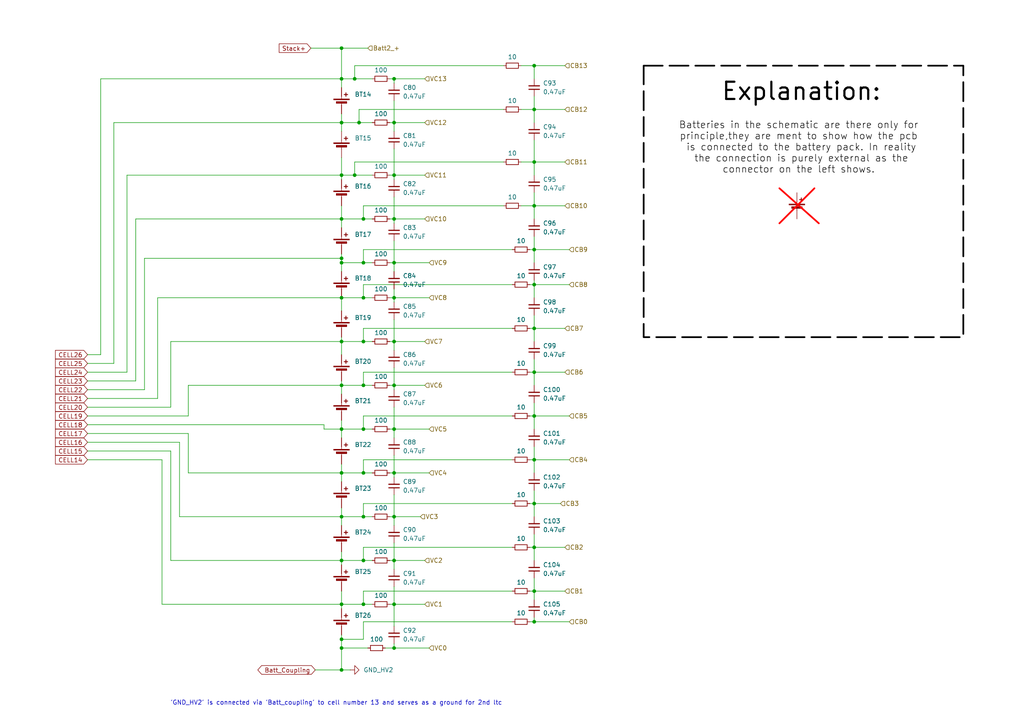
<source format=kicad_sch>
(kicad_sch (version 20250114) (generator "eeschema") (generator_version "9.0")
  (paper "A4")
  (lib_symbols
    (symbol "Device:Battery_Cell" (pin_numbers (hide yes)) (pin_names (offset 0) (hide yes))
      (property "Reference" "BT" (at 2.54 2.54 0))
      (property "Value" "Battery_Cell" (at 2.54 0 0))
      (symbol "Battery_Cell_0_1"
        (rectangle (start -2.286 1.778) (end 2.286 1.524) (fill (type outline)))
        (rectangle (start -1.524 1.016) (end 1.524 0.508) (fill (type outline)))
        (polyline (pts (xy 0 1.778) (xy 0 2.54)))
        (polyline (pts (xy 0 0.762) (xy 0 0)))
        (polyline (pts (xy 0.762 3.048) (xy 1.778 3.048)) (stroke (width 0.254)))
        (polyline (pts (xy 1.27 3.556) (xy 1.27 2.54)) (stroke (width 0.254)))
      )
      (symbol "Battery_Cell_1_1"
        (pin passive line (at 0 5.08 270) (length 2.54) (name "+") (number "1"))
        (pin passive line (at 0 -2.54 90) (length 2.54) (name "-") (number "2"))
      )
    )
    (symbol "Device:C_Small" (pin_numbers (hide yes)) (pin_names (offset 0.254) (hide yes))
      (property "Reference" "C" (at 0.254 1.778 0))
      (property "Value" "C_Small" (at 0.254 -2.032 0))
      (symbol "C_Small_0_1"
        (polyline (pts (xy -1.524 0.508) (xy 1.524 0.508)) (stroke (width 0.3048)))
        (polyline (pts (xy -1.524 -0.508) (xy 1.524 -0.508)) (stroke (width 0.3302)))
      )
      (symbol "C_Small_1_1"
        (pin passive line (at 0 2.54 270) (length 2.032) (name "~") (number "1"))
        (pin passive line (at 0 -2.54 90) (length 2.032) (name "~") (number "2"))
      )
    )
    (symbol "Device:R_Small" (pin_numbers (hide yes)) (pin_names (offset 0.254) (hide yes))
      (property "Reference" "R" (at 0.762 0.508 0))
      (property "Value" "R_Small" (at 0.762 -1.016 0))
      (symbol "R_Small_0_1"
        (rectangle (start -0.762 1.778) (end 0.762 -1.778) (stroke (width 0.2032)))
      )
      (symbol "R_Small_1_1"
        (pin passive line (at 0 2.54 270) (length 0.762) (name "~") (number "1"))
        (pin passive line (at 0 -2.54 90) (length 0.762) (name "~") (number "2"))
      )
    )
    (symbol "power:GND" (power) (pin_numbers (hide yes)) (pin_names (offset 0) (hide yes))
      (property "Value" "GND" (at 0 -3.81 0))
      (symbol "GND_0_1"
        (polyline (pts (xy 0 0) (xy 0 -1.27) (xy 1.27 -1.27) (xy 0 -2.54) (xy -1.27 -1.27) (xy 0 -1.27)))
      )
      (symbol "GND_1_1"
        (pin power_in line (at 0 0 270) (length 0) (name "~") (number "1"))
      )
    )
  )
  (rectangle (start 186.69 19.05) (end 279.4 97.79) (stroke (width 0.5) (type dash) (color 0 0 0 1)))
  (text "'GND_HV2' is connected via 'Batt_coupling' to cell number 13 and serves as a ground for 2nd ltc" (at 97.536 203.962 0) (effects (font (size 1.27 1.27))))
  (text "Batteries in the schematic are there only for \nprinciple,they are ment to show how the pcb \nis connected to the battery pack. In reality\nthe connection is purely external as the\nconnector on the left shows. \n\n" (at 232.41 44.45 0) (effects (font (size 2 2))))
  (text "Explanation:" (at 232.41 26.67 0) (effects (font (size 5 5) (thickness 0.625))))
  (junction (at 154.94 171.45))
  (junction (at 105.41 175.26))
  (junction (at 114.3 86.36))
  (junction (at 102.87 22.86))
  (junction (at 154.94 146.05))
  (junction (at 99.06 22.86))
  (junction (at 105.41 149.86))
  (junction (at 114.3 111.76))
  (junction (at 105.41 137.16))
  (junction (at 99.06 187.96))
  (junction (at 99.06 162.56))
  (junction (at 99.06 74.93))
  (junction (at 99.06 194.31))
  (junction (at 105.41 124.46))
  (junction (at 154.94 72.39))
  (junction (at 154.94 180.34))
  (junction (at 114.3 99.06))
  (junction (at 102.87 50.8))
  (junction (at 99.06 175.26))
  (junction (at 154.94 31.75))
  (junction (at 105.41 86.36))
  (junction (at 99.06 13.97))
  (junction (at 154.94 95.25))
  (junction (at 114.3 124.46))
  (junction (at 114.3 35.56))
  (junction (at 99.06 86.36))
  (junction (at 99.06 50.8))
  (junction (at 154.94 46.99))
  (junction (at 154.94 59.69))
  (junction (at 114.3 149.86))
  (junction (at 154.94 19.05))
  (junction (at 154.94 120.65))
  (junction (at 105.41 111.76))
  (junction (at 99.06 137.16))
  (junction (at 99.06 99.06))
  (junction (at 114.3 162.56))
  (junction (at 105.41 162.56))
  (junction (at 154.94 107.95))
  (junction (at 154.94 158.75))
  (junction (at 105.41 99.06))
  (junction (at 105.41 63.5))
  (junction (at 99.06 185.42))
  (junction (at 99.06 111.76))
  (junction (at 114.3 22.86))
  (junction (at 99.06 35.56))
  (junction (at 114.3 187.96))
  (junction (at 154.94 82.55))
  (junction (at 114.3 76.2))
  (junction (at 99.06 149.86))
  (junction (at 99.06 63.5))
  (junction (at 99.06 124.46))
  (junction (at 114.3 63.5))
  (junction (at 105.41 76.2))
  (junction (at 99.06 76.2))
  (junction (at 104.14 35.56))
  (junction (at 114.3 137.16))
  (junction (at 154.94 133.35))
  (junction (at 114.3 175.26))
  (junction (at 114.3 50.8))
  (wire (pts (xy 99.06 162.56) (xy 49.53 162.56)))
  (wire (pts (xy 52.07 128.27) (xy 52.07 149.86)))
  (wire (pts (xy 113.03 111.76) (xy 114.3 111.76)))
  (wire (pts (xy 25.4 102.87) (xy 29.21 102.87)))
  (wire (pts (xy 105.41 171.45) (xy 148.59 171.45)))
  (wire (pts (xy 99.06 137.16) (xy 99.06 139.7)))
  (wire (pts (xy 99.06 149.86) (xy 99.06 152.4)))
  (wire (pts (xy 99.06 111.76) (xy 54.61 111.76)))
  (wire (pts (xy 154.94 72.39) (xy 154.94 76.2)))
  (wire (pts (xy 107.95 124.46) (xy 105.41 124.46)))
  (wire (pts (xy 114.3 69.85) (xy 114.3 76.2)))
  (wire (pts (xy 114.3 187.96) (xy 124.46 187.96)))
  (wire (pts (xy 154.94 59.69) (xy 154.94 55.88)))
  (wire (pts (xy 154.94 46.99) (xy 151.13 46.99)))
  (polyline (pts (xy 226.06 54.61) (xy 237.49 64.77)) (stroke (width 0.5) (type solid) (color 255 0 0 1)))
  (wire (pts (xy 107.95 137.16) (xy 105.41 137.16)))
  (wire (pts (xy 25.4 125.73) (xy 54.61 125.73)))
  (wire (pts (xy 154.94 82.55) (xy 165.1 82.55)))
  (wire (pts (xy 154.94 31.75) (xy 151.13 31.75)))
  (wire (pts (xy 25.4 118.11) (xy 49.53 118.11)))
  (wire (pts (xy 154.94 146.05) (xy 162.56 146.05)))
  (wire (pts (xy 154.94 180.34) (xy 165.1 180.34)))
  (wire (pts (xy 154.94 154.94) (xy 154.94 158.75)))
  (wire (pts (xy 105.41 95.25) (xy 105.41 99.06)))
  (wire (pts (xy 99.06 184.15) (xy 99.06 185.42)))
  (wire (pts (xy 154.94 40.64) (xy 154.94 46.99)))
  (wire (pts (xy 154.94 91.44) (xy 154.94 95.25)))
  (wire (pts (xy 99.06 124.46) (xy 99.06 121.92)))
  (wire (pts (xy 105.41 86.36) (xy 99.06 86.36)))
  (wire (pts (xy 105.41 158.75) (xy 105.41 162.56)))
  (wire (pts (xy 45.72 86.36) (xy 45.72 115.57)))
  (wire (pts (xy 148.59 82.55) (xy 105.41 82.55)))
  (wire (pts (xy 107.95 99.06) (xy 105.41 99.06)))
  (wire (pts (xy 105.41 146.05) (xy 148.59 146.05)))
  (wire (pts (xy 29.21 22.86) (xy 29.21 102.87)))
  (wire (pts (xy 46.99 133.35) (xy 46.99 175.26)))
  (wire (pts (xy 114.3 86.36) (xy 114.3 87.63)))
  (wire (pts (xy 154.94 46.99) (xy 163.83 46.99)))
  (wire (pts (xy 99.06 162.56) (xy 99.06 163.83)))
  (wire (pts (xy 25.4 123.19) (xy 93.98 123.19)))
  (wire (pts (xy 36.83 107.95) (xy 25.4 107.95)))
  (wire (pts (xy 113.03 149.86) (xy 114.3 149.86)))
  (wire (pts (xy 25.4 133.35) (xy 46.99 133.35)))
  (wire (pts (xy 153.67 133.35) (xy 154.94 133.35)))
  (wire (pts (xy 107.95 175.26) (xy 105.41 175.26)))
  (wire (pts (xy 102.87 22.86) (xy 107.95 22.86)))
  (wire (pts (xy 114.3 170.18) (xy 114.3 175.26)))
  (wire (pts (xy 99.06 149.86) (xy 99.06 147.32)))
  (wire (pts (xy 114.3 162.56) (xy 114.3 165.1)))
  (wire (pts (xy 114.3 63.5) (xy 123.19 63.5)))
  (wire (pts (xy 154.94 129.54) (xy 154.94 133.35)))
  (wire (pts (xy 29.21 22.86) (xy 99.06 22.86)))
  (wire (pts (xy 114.3 50.8) (xy 114.3 52.07)))
  (wire (pts (xy 105.41 133.35) (xy 105.41 137.16)))
  (wire (pts (xy 154.94 19.05) (xy 154.94 22.86)))
  (wire (pts (xy 99.06 74.93) (xy 99.06 73.66)))
  (wire (pts (xy 154.94 82.55) (xy 154.94 86.36)))
  (wire (pts (xy 153.67 120.65) (xy 154.94 120.65)))
  (wire (pts (xy 124.46 124.46) (xy 114.3 124.46)))
  (wire (pts (xy 114.3 106.68) (xy 114.3 111.76)))
  (wire (pts (xy 105.41 175.26) (xy 99.06 175.26)))
  (wire (pts (xy 105.41 120.65) (xy 105.41 124.46)))
  (wire (pts (xy 99.06 137.16) (xy 99.06 134.62)))
  (wire (pts (xy 99.06 59.69) (xy 99.06 63.5)))
  (wire (pts (xy 105.41 72.39) (xy 148.59 72.39)))
  (wire (pts (xy 154.94 81.28) (xy 154.94 82.55)))
  (wire (pts (xy 114.3 111.76) (xy 114.3 113.03)))
  (wire (pts (xy 99.06 187.96) (xy 99.06 194.31)))
  (wire (pts (xy 25.4 110.49) (xy 39.37 110.49)))
  (wire (pts (xy 105.41 162.56) (xy 99.06 162.56)))
  (wire (pts (xy 154.94 104.14) (xy 154.94 107.95)))
  (wire (pts (xy 105.41 59.69) (xy 146.05 59.69)))
  (wire (pts (xy 105.41 107.95) (xy 105.41 111.76)))
  (wire (pts (xy 114.3 43.18) (xy 114.3 50.8)))
  (wire (pts (xy 154.94 59.69) (xy 163.83 59.69)))
  (wire (pts (xy 105.41 111.76) (xy 99.06 111.76)))
  (wire (pts (xy 153.67 171.45) (xy 154.94 171.45)))
  (wire (pts (xy 45.72 115.57) (xy 25.4 115.57)))
  (wire (pts (xy 105.41 76.2) (xy 99.06 76.2)))
  (wire (pts (xy 99.06 50.8) (xy 99.06 52.07)))
  (wire (pts (xy 105.41 124.46) (xy 99.06 124.46)))
  (wire (pts (xy 154.94 158.75) (xy 163.83 158.75)))
  (wire (pts (xy 105.41 72.39) (xy 105.41 76.2)))
  (wire (pts (xy 154.94 133.35) (xy 165.1 133.35)))
  (wire (pts (xy 102.87 50.8) (xy 107.95 50.8)))
  (wire (pts (xy 154.94 120.65) (xy 154.94 124.46)))
  (wire (pts (xy 105.41 82.55) (xy 105.41 86.36)))
  (wire (pts (xy 99.06 111.76) (xy 99.06 110.49)))
  (wire (pts (xy 114.3 76.2) (xy 114.3 78.74)))
  (wire (pts (xy 114.3 175.26) (xy 114.3 181.61)))
  (wire (pts (xy 154.94 171.45) (xy 163.83 171.45)))
  (wire (pts (xy 93.98 123.19) (xy 93.98 124.46)))
  (wire (pts (xy 154.94 146.05) (xy 154.94 149.86)))
  (wire (pts (xy 41.91 113.03) (xy 25.4 113.03)))
  (wire (pts (xy 105.41 146.05) (xy 105.41 149.86)))
  (wire (pts (xy 113.03 86.36) (xy 114.3 86.36)))
  (wire (pts (xy 99.06 13.97) (xy 90.17 13.97)))
  (wire (pts (xy 154.94 59.69) (xy 154.94 63.5)))
  (wire (pts (xy 154.94 59.69) (xy 151.13 59.69)))
  (wire (pts (xy 25.4 120.65) (xy 54.61 120.65)))
  (wire (pts (xy 99.06 175.26) (xy 99.06 176.53)))
  (wire (pts (xy 165.1 120.65) (xy 154.94 120.65)))
  (wire (pts (xy 153.67 180.34) (xy 154.94 180.34)))
  (wire (pts (xy 113.03 175.26) (xy 114.3 175.26)))
  (wire (pts (xy 107.95 162.56) (xy 105.41 162.56)))
  (wire (pts (xy 114.3 35.56) (xy 123.19 35.56)))
  (wire (pts (xy 54.61 125.73) (xy 54.61 137.16)))
  (wire (pts (xy 49.53 99.06) (xy 49.53 118.11)))
  (wire (pts (xy 105.41 59.69) (xy 105.41 63.5)))
  (wire (pts (xy 154.94 146.05) (xy 153.67 146.05)))
  (wire (pts (xy 39.37 63.5) (xy 39.37 110.49)))
  (wire (pts (xy 154.94 120.65) (xy 154.94 116.84)))
  (wire (pts (xy 99.06 187.96) (xy 106.68 187.96)))
  (wire (pts (xy 114.3 162.56) (xy 123.19 162.56)))
  (wire (pts (xy 99.06 76.2) (xy 99.06 78.74)))
  (wire (pts (xy 154.94 19.05) (xy 163.83 19.05)))
  (wire (pts (xy 25.4 128.27) (xy 52.07 128.27)))
  (wire (pts (xy 102.87 46.99) (xy 102.87 50.8)))
  (wire (pts (xy 113.03 162.56) (xy 114.3 162.56)))
  (wire (pts (xy 105.41 171.45) (xy 105.41 175.26)))
  (wire (pts (xy 154.94 107.95) (xy 154.94 111.76)))
  (wire (pts (xy 114.3 175.26) (xy 123.19 175.26)))
  (wire (pts (xy 114.3 29.21) (xy 114.3 35.56)))
  (wire (pts (xy 99.06 33.02) (xy 99.06 35.56)))
  (wire (pts (xy 99.06 76.2) (xy 99.06 74.93)))
  (wire (pts (xy 102.87 46.99) (xy 146.05 46.99)))
  (wire (pts (xy 154.94 180.34) (xy 154.94 179.07)))
  (wire (pts (xy 105.41 107.95) (xy 148.59 107.95)))
  (wire (pts (xy 99.06 63.5) (xy 99.06 66.04)))
  (wire (pts (xy 99.06 22.86) (xy 102.87 22.86)))
  (wire (pts (xy 114.3 83.82) (xy 114.3 86.36)))
  (wire (pts (xy 154.94 158.75) (xy 154.94 162.56)))
  (wire (pts (xy 154.94 19.05) (xy 151.13 19.05)))
  (wire (pts (xy 36.83 50.8) (xy 99.06 50.8)))
  (wire (pts (xy 99.06 45.72) (xy 99.06 50.8)))
  (wire (pts (xy 114.3 99.06) (xy 123.19 99.06)))
  (wire (pts (xy 114.3 186.69) (xy 114.3 187.96)))
  (wire (pts (xy 154.94 142.24) (xy 154.94 146.05)))
  (wire (pts (xy 49.53 130.81) (xy 49.53 162.56)))
  (wire (pts (xy 154.94 133.35) (xy 154.94 137.16)))
  (wire (pts (xy 99.06 86.36) (xy 45.72 86.36)))
  (wire (pts (xy 154.94 107.95) (xy 163.83 107.95)))
  (wire (pts (xy 33.02 35.56) (xy 33.02 105.41)))
  (wire (pts (xy 105.41 133.35) (xy 148.59 133.35)))
  (wire (pts (xy 105.41 180.34) (xy 105.41 185.42)))
  (wire (pts (xy 114.3 157.48) (xy 114.3 162.56)))
  (wire (pts (xy 99.06 124.46) (xy 99.06 127)))
  (polyline (pts (xy 226.06 64.77) (xy 236.22 54.61)) (stroke (width 0.5) (type solid) (color 255 0 0 1)))
  (wire (pts (xy 99.06 13.97) (xy 106.68 13.97)))
  (wire (pts (xy 165.1 72.39) (xy 154.94 72.39)))
  (wire (pts (xy 107.95 86.36) (xy 105.41 86.36)))
  (wire (pts (xy 99.06 86.36) (xy 99.06 90.17)))
  (wire (pts (xy 111.76 187.96) (xy 114.3 187.96)))
  (wire (pts (xy 114.3 92.71) (xy 114.3 99.06)))
  (wire (pts (xy 114.3 149.86) (xy 121.92 149.86)))
  (wire (pts (xy 113.03 124.46) (xy 114.3 124.46)))
  (wire (pts (xy 107.95 111.76) (xy 105.41 111.76)))
  (wire (pts (xy 36.83 50.8) (xy 36.83 107.95)))
  (wire (pts (xy 154.94 31.75) (xy 154.94 27.94)))
  (wire (pts (xy 154.94 31.75) (xy 163.83 31.75)))
  (wire (pts (xy 113.03 99.06) (xy 114.3 99.06)))
  (wire (pts (xy 105.41 158.75) (xy 148.59 158.75)))
  (wire (pts (xy 104.14 31.75) (xy 146.05 31.75)))
  (wire (pts (xy 154.94 171.45) (xy 154.94 173.99)))
  (wire (pts (xy 154.94 95.25) (xy 163.83 95.25)))
  (wire (pts (xy 107.95 76.2) (xy 105.41 76.2)))
  (wire (pts (xy 107.95 63.5) (xy 105.41 63.5)))
  (wire (pts (xy 154.94 171.45) (xy 154.94 167.64)))
  (wire (pts (xy 93.98 124.46) (xy 99.06 124.46)))
  (wire (pts (xy 114.3 111.76) (xy 123.19 111.76)))
  (wire (pts (xy 102.87 19.05) (xy 102.87 22.86)))
  (wire (pts (xy 99.06 99.06) (xy 99.06 102.87)))
  (wire (pts (xy 54.61 111.76) (xy 54.61 120.65)))
  (wire (pts (xy 105.41 95.25) (xy 148.59 95.25)))
  (wire (pts (xy 113.03 76.2) (xy 114.3 76.2)))
  (wire (pts (xy 105.41 120.65) (xy 148.59 120.65)))
  (wire (pts (xy 113.03 35.56) (xy 114.3 35.56)))
  (wire (pts (xy 25.4 130.81) (xy 49.53 130.81)))
  (wire (pts (xy 105.41 99.06) (xy 99.06 99.06)))
  (wire (pts (xy 99.06 175.26) (xy 99.06 171.45)))
  (wire (pts (xy 113.03 22.86) (xy 114.3 22.86)))
  (wire (pts (xy 124.46 76.2) (xy 114.3 76.2)))
  (wire (pts (xy 154.94 95.25) (xy 154.94 99.06)))
  (wire (pts (xy 105.41 137.16) (xy 99.06 137.16)))
  (wire (pts (xy 154.94 46.99) (xy 154.94 50.8)))
  (wire (pts (xy 114.3 35.56) (xy 114.3 38.1)))
  (wire (pts (xy 99.06 50.8) (xy 102.87 50.8)))
  (wire (pts (xy 154.94 158.75) (xy 153.67 158.75)))
  (wire (pts (xy 114.3 124.46) (xy 114.3 127)))
  (wire (pts (xy 154.94 95.25) (xy 153.67 95.25)))
  (wire (pts (xy 105.41 185.42) (xy 99.06 185.42)))
  (wire (pts (xy 114.3 63.5) (xy 114.3 64.77)))
  (wire (pts (xy 41.91 74.93) (xy 41.91 113.03)))
  (wire (pts (xy 154.94 72.39) (xy 154.94 68.58)))
  (wire (pts (xy 99.06 99.06) (xy 49.53 99.06)))
  (wire (pts (xy 153.67 82.55) (xy 154.94 82.55)))
  (wire (pts (xy 114.3 22.86) (xy 123.19 22.86)))
  (wire (pts (xy 114.3 149.86) (xy 114.3 152.4)))
  (wire (pts (xy 114.3 86.36) (xy 124.46 86.36)))
  (wire (pts (xy 107.95 149.86) (xy 105.41 149.86)))
  (wire (pts (xy 104.14 31.75) (xy 104.14 35.56)))
  (wire (pts (xy 105.41 180.34) (xy 148.59 180.34)))
  (wire (pts (xy 99.06 175.26) (xy 46.99 175.26)))
  (wire (pts (xy 99.06 187.96) (xy 99.06 185.42)))
  (wire (pts (xy 99.06 111.76) (xy 99.06 114.3)))
  (wire (pts (xy 104.14 35.56) (xy 107.95 35.56)))
  (wire (pts (xy 114.3 132.08) (xy 114.3 137.16)))
  (wire (pts (xy 114.3 57.15) (xy 114.3 63.5)))
  (wire (pts (xy 114.3 143.51) (xy 114.3 149.86)))
  (wire (pts (xy 99.06 162.56) (xy 99.06 160.02)))
  (wire (pts (xy 154.94 107.95) (xy 153.67 107.95)))
  (wire (pts (xy 91.44 194.31) (xy 99.06 194.31)))
  (wire (pts (xy 99.06 194.31) (xy 101.6 194.31)))
  (wire (pts (xy 99.06 35.56) (xy 99.06 38.1)))
  (wire (pts (xy 113.03 50.8) (xy 114.3 50.8)))
  (wire (pts (xy 113.03 63.5) (xy 114.3 63.5)))
  (wire (pts (xy 99.06 25.4) (xy 99.06 22.86)))
  (wire (pts (xy 102.87 19.05) (xy 146.05 19.05)))
  (wire (pts (xy 99.06 99.06) (xy 99.06 97.79)))
  (wire (pts (xy 99.06 137.16) (xy 54.61 137.16)))
  (wire (pts (xy 33.02 105.41) (xy 25.4 105.41)))
  (wire (pts (xy 114.3 99.06) (xy 114.3 101.6)))
  (wire (pts (xy 114.3 118.11) (xy 114.3 124.46)))
  (wire (pts (xy 114.3 137.16) (xy 114.3 138.43)))
  (wire (pts (xy 105.41 63.5) (xy 99.06 63.5)))
  (wire (pts (xy 99.06 149.86) (xy 52.07 149.86)))
  (wire (pts (xy 105.41 149.86) (xy 99.06 149.86)))
  (wire (pts (xy 99.06 35.56) (xy 104.14 35.56)))
  (wire (pts (xy 99.06 74.93) (xy 41.91 74.93)))
  (wire (pts (xy 154.94 31.75) (xy 154.94 35.56)))
  (wire (pts (xy 113.03 137.16) (xy 114.3 137.16)))
  (wire (pts (xy 114.3 137.16) (xy 124.46 137.16)))
  (wire (pts (xy 114.3 22.86) (xy 114.3 24.13)))
  (wire (pts (xy 114.3 50.8) (xy 123.19 50.8)))
  (wire (pts (xy 39.37 63.5) (xy 99.06 63.5)))
  (wire (pts (xy 33.02 35.56) (xy 99.06 35.56)))
  (wire (pts (xy 99.06 13.97) (xy 99.06 22.86)))
  (wire (pts (xy 153.67 72.39) (xy 154.94 72.39)))
  (global_label "CELL17" (shape input) (at 25.4 125.73 180) (property "Intersheetrefs" "${INTERSHEET_REFS}" (effects (hide yes))))
  (global_label "CELL25" (shape input) (at 25.4 105.41 180) (property "Intersheetrefs" "${INTERSHEET_REFS}" (effects (hide yes))))
  (global_label "CELL20" (shape input) (at 25.4 118.11 180) (property "Intersheetrefs" "${INTERSHEET_REFS}" (effects (hide yes))))
  (global_label "CELL18" (shape input) (at 25.4 123.19 180) (property "Intersheetrefs" "${INTERSHEET_REFS}" (effects (hide yes))))
  (global_label "Batt_Coupling" (shape bidirectional) (at 91.44 194.31 180) (property "Intersheetrefs" "${INTERSHEET_REFS}" (effects (hide yes))))
  (global_label "CELL26" (shape input) (at 25.4 102.87 180) (property "Intersheetrefs" "${INTERSHEET_REFS}" (effects (hide yes))))
  (global_label "CELL14" (shape input) (at 25.4 133.35 180) (property "Intersheetrefs" "${INTERSHEET_REFS}" (effects (hide yes))))
  (global_label "CELL22" (shape input) (at 25.4 113.03 180) (property "Intersheetrefs" "${INTERSHEET_REFS}" (effects (hide yes))))
  (global_label "CELL15" (shape input) (at 25.4 130.81 180) (property "Intersheetrefs" "${INTERSHEET_REFS}" (effects (hide yes))))
  (global_label "CELL16" (shape input) (at 25.4 128.27 180) (property "Intersheetrefs" "${INTERSHEET_REFS}" (effects (hide yes))))
  (global_label "CELL21" (shape input) (at 25.4 115.57 180) (property "Intersheetrefs" "${INTERSHEET_REFS}" (effects (hide yes))))
  (global_label "CELL19" (shape input) (at 25.4 120.65 180) (property "Intersheetrefs" "${INTERSHEET_REFS}" (effects (hide yes))))
  (global_label "CELL23" (shape input) (at 25.4 110.49 180) (property "Intersheetrefs" "${INTERSHEET_REFS}" (effects (hide yes))))
  (global_label "CELL24" (shape input) (at 25.4 107.95 180) (property "Intersheetrefs" "${INTERSHEET_REFS}" (effects (hide yes))))
  (global_label "Stack+" (shape input) (at 90.17 13.97 180) (property "Intersheetrefs" "${INTERSHEET_REFS}" (effects (hide yes))))
  (hierarchical_label "VC1" (shape input) (at 123.19 175.26 0))
  (hierarchical_label "CB8" (shape input) (at 165.1 82.55 0))
  (hierarchical_label "CB9" (shape input) (at 165.1 72.39 0))
  (hierarchical_label "VC7" (shape input) (at 123.19 99.06 0))
  (hierarchical_label "VC10" (shape input) (at 123.19 63.5 0))
  (hierarchical_label "VC3" (shape input) (at 121.92 149.86 0))
  (hierarchical_label "VC4" (shape input) (at 124.46 137.16 0))
  (hierarchical_label "CB3" (shape input) (at 162.56 146.05 0))
  (hierarchical_label "CB1" (shape input) (at 163.83 171.45 0))
  (hierarchical_label "CB13" (shape input) (at 163.83 19.05 0))
  (hierarchical_label "CB6" (shape input) (at 163.83 107.95 0))
  (hierarchical_label "CB5" (shape input) (at 165.1 120.65 0))
  (hierarchical_label "CB12" (shape input) (at 163.83 31.75 0))
  (hierarchical_label "VC8" (shape input) (at 124.46 86.36 0))
  (hierarchical_label "VC11" (shape input) (at 123.19 50.8 0))
  (hierarchical_label "Batt2_+" (shape input) (at 106.68 13.97 0))
  (hierarchical_label "CB4" (shape input) (at 165.1 133.35 0))
  (hierarchical_label "VC5" (shape input) (at 124.46 124.46 0))
  (hierarchical_label "CB2" (shape input) (at 163.83 158.75 0))
  (hierarchical_label "VC9" (shape input) (at 124.46 76.2 0))
  (hierarchical_label "CB11" (shape input) (at 163.83 46.99 0))
  (hierarchical_label "VC0" (shape input) (at 124.46 187.96 0))
  (hierarchical_label "CB7" (shape input) (at 163.83 95.25 0))
  (hierarchical_label "VC2" (shape input) (at 123.19 162.56 0))
  (hierarchical_label "VC6" (shape input) (at 123.19 111.76 0))
  (hierarchical_label "VC13" (shape input) (at 123.19 22.86 0))
  (hierarchical_label "CB0" (shape input) (at 165.1 180.34 0))
  (hierarchical_label "CB10" (shape input) (at 163.83 59.69 0))
  (hierarchical_label "VC12" (shape input) (at 123.19 35.56 0))
  (symbol (lib_id "Device:C_Small") (at 114.3 67.31 180) (unit 1)
    (property "Reference" "C83" (at 116.84 66.0335 0) (effects (justify right)))
    (property "Value" "0.47uF" (at 116.84 68.5735 0) (effects (justify right)))
    (property "Footprint" "Capacitor_SMD:C_0603_1608Metric_Pad1.08x0.95mm_HandSolder" (effects (hide yes)))
    (property "Datasheet" "https://www.mouser.pl/ProductDetail/TAIYO-YUDEN/EMF107B7474KAHT?qs=sGAEpiMZZMsh%252B1woXyUXj30ZYomYlxpXbZmTEzBsZ7s%3D" (effects (hide yes)))
    (property "Description" "Unpolarized capacitor, small symbol" (effects (hide yes)))
  )
  (symbol (lib_id "Device:R_Small") (at 110.49 63.5 90) (unit 1)
    (property "Reference" "R116" (effects (hide yes)))
    (property "Value" "100" (at 110.49 60.96 90))
    (property "Footprint" "Resistor_SMD:R_0603_1608Metric_Pad0.98x0.95mm_HandSolder" (effects (hide yes)))
    (property "Datasheet" "https://www.mouser.pl/ProductDetail/Bourns/CHP0603-JW-101ELF?qs=sGAEpiMZZMvdGkrng054t7z4BkURc4Lz%252BNTgd8VElomqW50fcYQWeQ%3D%3D" (effects (hide yes)))
    (property "Description" "Resistor, small symbol" (effects (hide yes)))
  )
  (symbol (lib_id "Device:C_Small") (at 154.94 139.7 180) (unit 1)
    (property "Reference" "C102" (at 157.48 138.4235 0) (effects (justify right)))
    (property "Value" "0.47uF" (at 157.48 140.9635 0) (effects (justify right)))
    (property "Footprint" "Capacitor_SMD:C_0603_1608Metric_Pad1.08x0.95mm_HandSolder" (effects (hide yes)))
    (property "Datasheet" "https://www.mouser.pl/ProductDetail/TAIYO-YUDEN/EMF107B7474KAHT?qs=sGAEpiMZZMsh%252B1woXyUXj30ZYomYlxpXbZmTEzBsZ7s%3D" (effects (hide yes)))
    (property "Description" "Unpolarized capacitor, small symbol" (effects (hide yes)))
  )
  (symbol (lib_id "Device:R_Small") (at 110.49 149.86 90) (unit 1)
    (property "Reference" "R123" (effects (hide yes)))
    (property "Value" "100" (at 110.49 147.32 90))
    (property "Footprint" "Resistor_SMD:R_0603_1608Metric_Pad0.98x0.95mm_HandSolder" (effects (hide yes)))
    (property "Datasheet" "https://www.mouser.pl/ProductDetail/Bourns/CHP0603-JW-101ELF?qs=sGAEpiMZZMvdGkrng054t7z4BkURc4Lz%252BNTgd8VElomqW50fcYQWeQ%3D%3D" (effects (hide yes)))
    (property "Description" "Resistor, small symbol" (effects (hide yes)))
  )
  (symbol (lib_id "Device:Battery_Cell") (at 99.06 107.95 0) (unit 1) (in_bom no) (on_board no)
    (property "Reference" "BT20" (at 102.87 104.8384 0) (effects (justify left)))
    (property "Value" "Battery_Cell" (effects (hide yes)))
    (property "Description" "Single-cell battery" (effects (hide yes)))
  )
  (symbol (lib_id "Device:R_Small") (at 151.13 82.55 90) (unit 1)
    (property "Reference" "R131" (effects (hide yes)))
    (property "Value" "10" (at 151.13 80.01 90))
    (property "Footprint" "footrpint:RESC6331X80N" (effects (hide yes)))
    (property "Datasheet" "https://www.mouser.pl/ProductDetail/Bourns/CRM2512QFW-10R0ELF?qs=sGAEpiMZZMvdGkrng054t2cqbZCzJY7NpHS3xgyJn8kv84%2FVq0xHeQ%3D%3D" (effects (hide yes)))
    (property "Description" "Resistor, small symbol" (effects (hide yes)))
  )
  (symbol (lib_id "Device:R_Small") (at 110.49 35.56 90) (unit 1)
    (property "Reference" "R114" (effects (hide yes)))
    (property "Value" "100" (at 110.49 33.02 90))
    (property "Footprint" "Resistor_SMD:R_0603_1608Metric_Pad0.98x0.95mm_HandSolder" (effects (hide yes)))
    (property "Datasheet" "https://www.mouser.pl/ProductDetail/Bourns/CHP0603-JW-101ELF?qs=sGAEpiMZZMvdGkrng054t7z4BkURc4Lz%252BNTgd8VElomqW50fcYQWeQ%3D%3D" (effects (hide yes)))
    (property "Description" "Resistor, small symbol" (effects (hide yes)))
  )
  (symbol (lib_id "Device:C_Small") (at 114.3 90.17 180) (unit 1)
    (property "Reference" "C85" (at 116.84 88.8935 0) (effects (justify right)))
    (property "Value" "0.47uF" (at 116.84 91.4335 0) (effects (justify right)))
    (property "Footprint" "Capacitor_SMD:C_0603_1608Metric_Pad1.08x0.95mm_HandSolder" (effects (hide yes)))
    (property "Datasheet" "https://www.mouser.pl/ProductDetail/TAIYO-YUDEN/EMF107B7474KAHT?qs=sGAEpiMZZMsh%252B1woXyUXj30ZYomYlxpXbZmTEzBsZ7s%3D" (effects (hide yes)))
    (property "Description" "Unpolarized capacitor, small symbol" (effects (hide yes)))
  )
  (symbol (lib_id "Device:C_Small") (at 154.94 66.04 180) (unit 1)
    (property "Reference" "C96" (at 157.48 64.7635 0) (effects (justify right)))
    (property "Value" "0.47uF" (at 157.48 67.3035 0) (effects (justify right)))
    (property "Footprint" "Capacitor_SMD:C_0603_1608Metric_Pad1.08x0.95mm_HandSolder" (effects (hide yes)))
    (property "Datasheet" "https://www.mouser.pl/ProductDetail/TAIYO-YUDEN/EMF107B7474KAHT?qs=sGAEpiMZZMsh%252B1woXyUXj30ZYomYlxpXbZmTEzBsZ7s%3D" (effects (hide yes)))
    (property "Description" "Unpolarized capacitor, small symbol" (effects (hide yes)))
  )
  (symbol (lib_id "Device:C_Small") (at 114.3 81.28 180) (unit 1)
    (property "Reference" "C84" (at 116.84 80.0035 0) (effects (justify right)))
    (property "Value" "0.47uF" (at 116.84 82.5435 0) (effects (justify right)))
    (property "Footprint" "Capacitor_SMD:C_0603_1608Metric_Pad1.08x0.95mm_HandSolder" (effects (hide yes)))
    (property "Datasheet" "https://www.mouser.pl/ProductDetail/TAIYO-YUDEN/EMF107B7474KAHT?qs=sGAEpiMZZMsh%252B1woXyUXj30ZYomYlxpXbZmTEzBsZ7s%3D" (effects (hide yes)))
    (property "Description" "Unpolarized capacitor, small symbol" (effects (hide yes)))
  )
  (symbol (lib_id "Device:C_Small") (at 114.3 104.14 180) (unit 1)
    (property "Reference" "C86" (at 116.84 102.8635 0) (effects (justify right)))
    (property "Value" "0.47uF" (at 116.84 105.4035 0) (effects (justify right)))
    (property "Footprint" "Capacitor_SMD:C_0603_1608Metric_Pad1.08x0.95mm_HandSolder" (effects (hide yes)))
    (property "Datasheet" "https://www.mouser.pl/ProductDetail/TAIYO-YUDEN/EMF107B7474KAHT?qs=sGAEpiMZZMsh%252B1woXyUXj30ZYomYlxpXbZmTEzBsZ7s%3D" (effects (hide yes)))
    (property "Description" "Unpolarized capacitor, small symbol" (effects (hide yes)))
  )
  (symbol (lib_id "Device:R_Small") (at 151.13 72.39 90) (unit 1)
    (property "Reference" "R130" (effects (hide yes)))
    (property "Value" "10" (at 151.13 69.85 90))
    (property "Footprint" "footrpint:RESC6331X80N" (effects (hide yes)))
    (property "Datasheet" "https://www.mouser.pl/ProductDetail/Bourns/CRM2512QFW-10R0ELF?qs=sGAEpiMZZMvdGkrng054t2cqbZCzJY7NpHS3xgyJn8kv84%2FVq0xHeQ%3D%3D" (effects (hide yes)))
    (property "Description" "Resistor, small symbol" (effects (hide yes)))
  )
  (symbol (lib_id "Device:R_Small") (at 151.13 146.05 90) (unit 1)
    (property "Reference" "R136" (effects (hide yes)))
    (property "Value" "10" (at 151.13 143.51 90))
    (property "Footprint" "footrpint:RESC6331X80N" (effects (hide yes)))
    (property "Datasheet" "https://www.mouser.pl/ProductDetail/Bourns/CRM2512QFW-10R0ELF?qs=sGAEpiMZZMvdGkrng054t2cqbZCzJY7NpHS3xgyJn8kv84%2FVq0xHeQ%3D%3D" (effects (hide yes)))
    (property "Description" "Resistor, small symbol" (effects (hide yes)))
  )
  (symbol (lib_id "Device:R_Small") (at 110.49 111.76 90) (unit 1)
    (property "Reference" "R120" (effects (hide yes)))
    (property "Value" "100" (at 110.49 109.22 90))
    (property "Footprint" "Resistor_SMD:R_0603_1608Metric_Pad0.98x0.95mm_HandSolder" (effects (hide yes)))
    (property "Datasheet" "https://www.mouser.pl/ProductDetail/Bourns/CHP0603-JW-101ELF?qs=sGAEpiMZZMvdGkrng054t7z4BkURc4Lz%252BNTgd8VElomqW50fcYQWeQ%3D%3D" (effects (hide yes)))
    (property "Description" "Resistor, small symbol" (effects (hide yes)))
  )
  (symbol (lib_id "Device:Battery_Cell") (at 99.06 83.82 0) (unit 1) (in_bom no) (on_board no)
    (property "Reference" "BT18" (at 102.87 80.7084 0) (effects (justify left)))
    (property "Value" "Battery_Cell" (effects (hide yes)))
    (property "Description" "Single-cell battery" (effects (hide yes)))
  )
  (symbol (lib_id "Device:C_Small") (at 114.3 184.15 180) (unit 1)
    (property "Reference" "C92" (at 116.84 182.8735 0) (effects (justify right)))
    (property "Value" "0.47uF" (at 116.84 185.4135 0) (effects (justify right)))
    (property "Footprint" "Capacitor_SMD:C_0603_1608Metric_Pad1.08x0.95mm_HandSolder" (effects (hide yes)))
    (property "Datasheet" "https://www.mouser.pl/ProductDetail/TAIYO-YUDEN/EMF107B7474KAHT?qs=sGAEpiMZZMsh%252B1woXyUXj30ZYomYlxpXbZmTEzBsZ7s%3D" (effects (hide yes)))
    (property "Description" "Unpolarized capacitor, small symbol" (effects (hide yes)))
  )
  (symbol (lib_id "Device:C_Small") (at 114.3 26.67 180) (unit 1)
    (property "Reference" "C80" (at 116.84 25.3935 0) (effects (justify right)))
    (property "Value" "0.47uF" (at 116.84 27.9335 0) (effects (justify right)))
    (property "Footprint" "Capacitor_SMD:C_0603_1608Metric_Pad1.08x0.95mm_HandSolder" (effects (hide yes)))
    (property "Datasheet" "https://www.mouser.pl/ProductDetail/TAIYO-YUDEN/EMF107B7474KAHT?qs=sGAEpiMZZMsh%252B1woXyUXj30ZYomYlxpXbZmTEzBsZ7s%3D" (effects (hide yes)))
    (property "Description" "Unpolarized capacitor, small symbol" (effects (hide yes)))
  )
  (symbol (lib_id "Device:C_Small") (at 154.94 176.53 180) (unit 1)
    (property "Reference" "C105" (at 157.48 175.2535 0) (effects (justify right)))
    (property "Value" "0.47uF" (at 157.48 177.7935 0) (effects (justify right)))
    (property "Footprint" "Capacitor_SMD:C_0603_1608Metric_Pad1.08x0.95mm_HandSolder" (effects (hide yes)))
    (property "Datasheet" "https://www.mouser.pl/ProductDetail/TAIYO-YUDEN/EMF107B7474KAHT?qs=sGAEpiMZZMsh%252B1woXyUXj30ZYomYlxpXbZmTEzBsZ7s%3D" (effects (hide yes)))
    (property "Description" "Unpolarized capacitor, small symbol" (effects (hide yes)))
  )
  (symbol (lib_id "Device:R_Small") (at 148.59 59.69 90) (unit 1)
    (property "Reference" "R129" (effects (hide yes)))
    (property "Value" "10" (at 148.59 57.15 90))
    (property "Footprint" "footrpint:RESC6331X80N" (effects (hide yes)))
    (property "Datasheet" "https://www.mouser.pl/ProductDetail/Bourns/CRM2512QFW-10R0ELF?qs=sGAEpiMZZMvdGkrng054t2cqbZCzJY7NpHS3xgyJn8kv84%2FVq0xHeQ%3D%3D" (effects (hide yes)))
    (property "Description" "Resistor, small symbol" (effects (hide yes)))
  )
  (symbol (lib_id "Device:Battery_Cell") (at 99.06 168.91 0) (unit 1) (in_bom no) (on_board no)
    (property "Reference" "BT25" (at 102.87 165.7984 0) (effects (justify left)))
    (property "Value" "Battery_Cell" (effects (hide yes)))
    (property "Description" "Single-cell battery" (effects (hide yes)))
  )
  (symbol (lib_id "Device:C_Small") (at 114.3 40.64 180) (unit 1)
    (property "Reference" "C81" (at 116.84 39.3635 0) (effects (justify right)))
    (property "Value" "0.47uF" (at 116.84 41.9035 0) (effects (justify right)))
    (property "Footprint" "Capacitor_SMD:C_0603_1608Metric_Pad1.08x0.95mm_HandSolder" (effects (hide yes)))
    (property "Datasheet" "https://www.mouser.pl/ProductDetail/TAIYO-YUDEN/EMF107B7474KAHT?qs=sGAEpiMZZMsh%252B1woXyUXj30ZYomYlxpXbZmTEzBsZ7s%3D" (effects (hide yes)))
    (property "Description" "Unpolarized capacitor, small symbol" (effects (hide yes)))
  )
  (symbol (lib_id "Device:R_Small") (at 110.49 124.46 90) (unit 1)
    (property "Reference" "R121" (effects (hide yes)))
    (property "Value" "100" (at 110.49 121.92 90))
    (property "Footprint" "Resistor_SMD:R_0603_1608Metric_Pad0.98x0.95mm_HandSolder" (effects (hide yes)))
    (property "Datasheet" "https://www.mouser.pl/ProductDetail/Bourns/CHP0603-JW-101ELF?qs=sGAEpiMZZMvdGkrng054t7z4BkURc4Lz%252BNTgd8VElomqW50fcYQWeQ%3D%3D" (effects (hide yes)))
    (property "Description" "Resistor, small symbol" (effects (hide yes)))
  )
  (symbol (lib_id "Device:R_Small") (at 148.59 46.99 90) (unit 1)
    (property "Reference" "R128" (effects (hide yes)))
    (property "Value" "10" (at 148.59 44.45 90))
    (property "Footprint" "footrpint:RESC6331X80N" (effects (hide yes)))
    (property "Datasheet" "https://www.mouser.pl/ProductDetail/Bourns/CRM2512QFW-10R0ELF?qs=sGAEpiMZZMvdGkrng054t2cqbZCzJY7NpHS3xgyJn8kv84%2FVq0xHeQ%3D%3D" (effects (hide yes)))
    (property "Description" "Resistor, small symbol" (effects (hide yes)))
  )
  (symbol (lib_id "Device:Battery_Cell") (at 99.06 30.48 0) (unit 1) (in_bom no) (on_board no)
    (property "Reference" "BT14" (at 102.87 27.3684 0) (effects (justify left)))
    (property "Value" "Battery_Cell" (effects (hide yes)))
    (property "Description" "Single-cell battery" (effects (hide yes)))
  )
  (symbol (lib_id "Device:R_Small") (at 151.13 180.34 90) (unit 1)
    (property "Reference" "R139" (effects (hide yes)))
    (property "Value" "10" (at 151.13 177.8 90))
    (property "Footprint" "footrpint:RESC6331X80N" (effects (hide yes)))
    (property "Datasheet" "https://www.mouser.pl/ProductDetail/Bourns/CRM2512QFW-10R0ELF?qs=sGAEpiMZZMvdGkrng054t2cqbZCzJY7NpHS3xgyJn8kv84%2FVq0xHeQ%3D%3D" (effects (hide yes)))
    (property "Description" "Resistor, small symbol" (effects (hide yes)))
  )
  (symbol (lib_id "Device:C_Small") (at 114.3 154.94 180) (unit 1)
    (property "Reference" "C90" (at 116.84 153.6635 0) (effects (justify right)))
    (property "Value" "0.47uF" (at 116.84 156.2035 0) (effects (justify right)))
    (property "Footprint" "Capacitor_SMD:C_0603_1608Metric_Pad1.08x0.95mm_HandSolder" (effects (hide yes)))
    (property "Datasheet" "https://www.mouser.pl/ProductDetail/TAIYO-YUDEN/EMF107B7474KAHT?qs=sGAEpiMZZMsh%252B1woXyUXj30ZYomYlxpXbZmTEzBsZ7s%3D" (effects (hide yes)))
    (property "Description" "Unpolarized capacitor, small symbol" (effects (hide yes)))
  )
  (symbol (lib_id "Device:Battery_Cell") (at 231.14 60.96 0) (unit 1) (in_bom no) (on_board no)
    (property "Reference" "BT28" (effects (hide yes)))
    (property "Value" "Battery_Cell" (effects (hide yes)))
    (property "Description" "Single-cell battery" (effects (hide yes)))
  )
  (symbol (lib_id "Device:C_Small") (at 154.94 165.1 180) (unit 1)
    (property "Reference" "C104" (at 157.48 163.8235 0) (effects (justify right)))
    (property "Value" "0.47uF" (at 157.48 166.3635 0) (effects (justify right)))
    (property "Footprint" "Capacitor_SMD:C_0603_1608Metric_Pad1.08x0.95mm_HandSolder" (effects (hide yes)))
    (property "Datasheet" "https://www.mouser.pl/ProductDetail/TAIYO-YUDEN/EMF107B7474KAHT?qs=sGAEpiMZZMsh%252B1woXyUXj30ZYomYlxpXbZmTEzBsZ7s%3D" (effects (hide yes)))
    (property "Description" "Unpolarized capacitor, small symbol" (effects (hide yes)))
  )
  (symbol (lib_id "Device:R_Small") (at 110.49 99.06 90) (unit 1)
    (property "Reference" "R119" (effects (hide yes)))
    (property "Value" "100" (at 110.49 96.52 90))
    (property "Footprint" "Resistor_SMD:R_0603_1608Metric_Pad0.98x0.95mm_HandSolder" (effects (hide yes)))
    (property "Datasheet" "https://www.mouser.pl/ProductDetail/Bourns/CHP0603-JW-101ELF?qs=sGAEpiMZZMvdGkrng054t7z4BkURc4Lz%252BNTgd8VElomqW50fcYQWeQ%3D%3D" (effects (hide yes)))
    (property "Description" "Resistor, small symbol" (effects (hide yes)))
  )
  (symbol (lib_id "Device:C_Small") (at 154.94 152.4 180) (unit 1)
    (property "Reference" "C103" (at 157.48 151.1235 0) (effects (justify right)))
    (property "Value" "0.47uF" (at 157.48 153.6635 0) (effects (justify right)))
    (property "Footprint" "Capacitor_SMD:C_0603_1608Metric_Pad1.08x0.95mm_HandSolder" (effects (hide yes)))
    (property "Datasheet" "https://www.mouser.pl/ProductDetail/TAIYO-YUDEN/EMF107B7474KAHT?qs=sGAEpiMZZMsh%252B1woXyUXj30ZYomYlxpXbZmTEzBsZ7s%3D" (effects (hide yes)))
    (property "Description" "Unpolarized capacitor, small symbol" (effects (hide yes)))
  )
  (symbol (lib_id "Device:R_Small") (at 148.59 19.05 90) (unit 1)
    (property "Reference" "R126" (effects (hide yes)))
    (property "Value" "10" (at 148.59 16.51 90))
    (property "Footprint" "footrpint:RESC6331X80N" (effects (hide yes)))
    (property "Datasheet" "https://www.mouser.pl/ProductDetail/Bourns/CRM2512QFW-10R0ELF?qs=sGAEpiMZZMvdGkrng054t2cqbZCzJY7NpHS3xgyJn8kv84%2FVq0xHeQ%3D%3D" (effects (hide yes)))
    (property "Description" "Resistor, small symbol" (effects (hide yes)))
  )
  (symbol (lib_id "Device:R_Small") (at 151.13 107.95 90) (unit 1)
    (property "Reference" "R133" (effects (hide yes)))
    (property "Value" "10" (at 151.13 105.41 90))
    (property "Footprint" "footrpint:RESC6331X80N" (effects (hide yes)))
    (property "Datasheet" "https://www.mouser.pl/ProductDetail/Bourns/CRM2512QFW-10R0ELF?qs=sGAEpiMZZMvdGkrng054t2cqbZCzJY7NpHS3xgyJn8kv84%2FVq0xHeQ%3D%3D" (effects (hide yes)))
    (property "Description" "Resistor, small symbol" (effects (hide yes)))
  )
  (symbol (lib_id "Device:Battery_Cell") (at 99.06 95.25 0) (unit 1) (in_bom no) (on_board no)
    (property "Reference" "BT19" (at 102.87 92.1384 0) (effects (justify left)))
    (property "Value" "Battery_Cell" (effects (hide yes)))
    (property "Description" "Single-cell battery" (effects (hide yes)))
  )
  (symbol (lib_id "Device:C_Small") (at 154.94 38.1 180) (unit 1)
    (property "Reference" "C94" (at 157.48 36.8235 0) (effects (justify right)))
    (property "Value" "0.47uF" (at 157.48 39.3635 0) (effects (justify right)))
    (property "Footprint" "Capacitor_SMD:C_0603_1608Metric_Pad1.08x0.95mm_HandSolder" (effects (hide yes)))
    (property "Datasheet" "https://www.mouser.pl/ProductDetail/TAIYO-YUDEN/EMF107B7474KAHT?qs=sGAEpiMZZMsh%252B1woXyUXj30ZYomYlxpXbZmTEzBsZ7s%3D" (effects (hide yes)))
    (property "Description" "Unpolarized capacitor, small symbol" (effects (hide yes)))
  )
  (symbol (lib_id "Device:C_Small") (at 114.3 140.97 180) (unit 1)
    (property "Reference" "C89" (at 116.84 139.6935 0) (effects (justify right)))
    (property "Value" "0.47uF" (at 116.84 142.2335 0) (effects (justify right)))
    (property "Footprint" "Capacitor_SMD:C_0603_1608Metric_Pad1.08x0.95mm_HandSolder" (effects (hide yes)))
    (property "Datasheet" "https://www.mouser.pl/ProductDetail/TAIYO-YUDEN/EMF107B7474KAHT?qs=sGAEpiMZZMsh%252B1woXyUXj30ZYomYlxpXbZmTEzBsZ7s%3D" (effects (hide yes)))
    (property "Description" "Unpolarized capacitor, small symbol" (effects (hide yes)))
  )
  (symbol (lib_id "Device:C_Small") (at 154.94 25.4 180) (unit 1)
    (property "Reference" "C93" (at 157.48 24.1235 0) (effects (justify right)))
    (property "Value" "0.47uF" (at 157.48 26.6635 0) (effects (justify right)))
    (property "Footprint" "Capacitor_SMD:C_0603_1608Metric_Pad1.08x0.95mm_HandSolder" (effects (hide yes)))
    (property "Datasheet" "https://www.mouser.pl/ProductDetail/TAIYO-YUDEN/EMF107B7474KAHT?qs=sGAEpiMZZMsh%252B1woXyUXj30ZYomYlxpXbZmTEzBsZ7s%3D" (effects (hide yes)))
    (property "Description" "Unpolarized capacitor, small symbol" (effects (hide yes)))
  )
  (symbol (lib_id "Device:Battery_Cell") (at 99.06 71.12 0) (unit 1) (in_bom no) (on_board no)
    (property "Reference" "BT17" (at 102.87 68.0084 0) (effects (justify left)))
    (property "Value" "Battery_Cell" (effects (hide yes)))
    (property "Description" "Single-cell battery" (effects (hide yes)))
  )
  (symbol (lib_id "Device:C_Small") (at 154.94 78.74 180) (unit 1)
    (property "Reference" "C97" (at 157.48 77.4635 0) (effects (justify right)))
    (property "Value" "0.47uF" (at 157.48 80.0035 0) (effects (justify right)))
    (property "Footprint" "Capacitor_SMD:C_0603_1608Metric_Pad1.08x0.95mm_HandSolder" (effects (hide yes)))
    (property "Datasheet" "https://www.mouser.pl/ProductDetail/TAIYO-YUDEN/EMF107B7474KAHT?qs=sGAEpiMZZMsh%252B1woXyUXj30ZYomYlxpXbZmTEzBsZ7s%3D" (effects (hide yes)))
    (property "Description" "Unpolarized capacitor, small symbol" (effects (hide yes)))
  )
  (symbol (lib_id "Device:R_Small") (at 110.49 22.86 90) (unit 1)
    (property "Reference" "R113" (effects (hide yes)))
    (property "Value" "100" (at 110.49 20.32 90))
    (property "Footprint" "Resistor_SMD:R_0603_1608Metric_Pad0.98x0.95mm_HandSolder" (effects (hide yes)))
    (property "Datasheet" "https://www.mouser.pl/ProductDetail/Bourns/CHP0603-JW-101ELF?qs=sGAEpiMZZMvdGkrng054t7z4BkURc4Lz%252BNTgd8VElomqW50fcYQWeQ%3D%3D" (effects (hide yes)))
    (property "Description" "Resistor, small symbol" (effects (hide yes)))
  )
  (symbol (lib_id "Device:R_Small") (at 151.13 95.25 90) (unit 1)
    (property "Reference" "R132" (effects (hide yes)))
    (property "Value" "10" (at 151.13 92.71 90))
    (property "Footprint" "footrpint:RESC6331X80N" (effects (hide yes)))
    (property "Datasheet" "https://www.mouser.pl/ProductDetail/Bourns/CRM2512QFW-10R0ELF?qs=sGAEpiMZZMvdGkrng054t2cqbZCzJY7NpHS3xgyJn8kv84%2FVq0xHeQ%3D%3D" (effects (hide yes)))
    (property "Description" "Resistor, small symbol" (effects (hide yes)))
  )
  (symbol (lib_id "Device:C_Small") (at 154.94 114.3 180) (unit 1)
    (property "Reference" "C100" (at 157.48 113.0235 0) (effects (justify right)))
    (property "Value" "0.47uF" (at 157.48 115.5635 0) (effects (justify right)))
    (property "Footprint" "Capacitor_SMD:C_0603_1608Metric_Pad1.08x0.95mm_HandSolder" (effects (hide yes)))
    (property "Datasheet" "https://www.mouser.pl/ProductDetail/TAIYO-YUDEN/EMF107B7474KAHT?qs=sGAEpiMZZMsh%252B1woXyUXj30ZYomYlxpXbZmTEzBsZ7s%3D" (effects (hide yes)))
    (property "Description" "Unpolarized capacitor, small symbol" (effects (hide yes)))
  )
  (symbol (lib_id "Device:C_Small") (at 154.94 88.9 180) (unit 1)
    (property "Reference" "C98" (at 157.48 87.6235 0) (effects (justify right)))
    (property "Value" "0.47uF" (at 157.48 90.1635 0) (effects (justify right)))
    (property "Footprint" "Capacitor_SMD:C_0603_1608Metric_Pad1.08x0.95mm_HandSolder" (effects (hide yes)))
    (property "Datasheet" "https://www.mouser.pl/ProductDetail/TAIYO-YUDEN/EMF107B7474KAHT?qs=sGAEpiMZZMsh%252B1woXyUXj30ZYomYlxpXbZmTEzBsZ7s%3D" (effects (hide yes)))
    (property "Description" "Unpolarized capacitor, small symbol" (effects (hide yes)))
  )
  (symbol (lib_id "Device:C_Small") (at 114.3 167.64 180) (unit 1)
    (property "Reference" "C91" (at 116.84 166.3635 0) (effects (justify right)))
    (property "Value" "0.47uF" (at 116.84 168.9035 0) (effects (justify right)))
    (property "Footprint" "Capacitor_SMD:C_0603_1608Metric_Pad1.08x0.95mm_HandSolder" (effects (hide yes)))
    (property "Datasheet" "https://www.mouser.pl/ProductDetail/TAIYO-YUDEN/EMF107B7474KAHT?qs=sGAEpiMZZMsh%252B1woXyUXj30ZYomYlxpXbZmTEzBsZ7s%3D" (effects (hide yes)))
    (property "Description" "Unpolarized capacitor, small symbol" (effects (hide yes)))
  )
  (symbol (lib_id "Device:Battery_Cell") (at 99.06 43.18 0) (unit 1) (in_bom no) (on_board no)
    (property "Reference" "BT15" (at 102.87 40.0684 0) (effects (justify left)))
    (property "Value" "Battery_Cell" (effects (hide yes)))
    (property "Description" "Single-cell battery" (effects (hide yes)))
  )
  (symbol (lib_id "Device:C_Small") (at 154.94 101.6 180) (unit 1)
    (property "Reference" "C99" (at 157.48 100.3235 0) (effects (justify right)))
    (property "Value" "0.47uF" (at 157.48 102.8635 0) (effects (justify right)))
    (property "Footprint" "Capacitor_SMD:C_0603_1608Metric_Pad1.08x0.95mm_HandSolder" (effects (hide yes)))
    (property "Datasheet" "https://www.mouser.pl/ProductDetail/TAIYO-YUDEN/EMF107B7474KAHT?qs=sGAEpiMZZMsh%252B1woXyUXj30ZYomYlxpXbZmTEzBsZ7s%3D" (effects (hide yes)))
    (property "Description" "Unpolarized capacitor, small symbol" (effects (hide yes)))
  )
  (symbol (lib_id "Device:R_Small") (at 110.49 50.8 90) (unit 1)
    (property "Reference" "R115" (effects (hide yes)))
    (property "Value" "100" (at 110.49 48.26 90))
    (property "Footprint" "Resistor_SMD:R_0603_1608Metric_Pad0.98x0.95mm_HandSolder" (effects (hide yes)))
    (property "Datasheet" "https://www.mouser.pl/ProductDetail/Bourns/CHP0603-JW-101ELF?qs=sGAEpiMZZMvdGkrng054t7z4BkURc4Lz%252BNTgd8VElomqW50fcYQWeQ%3D%3D" (effects (hide yes)))
    (property "Description" "Resistor, small symbol" (effects (hide yes)))
  )
  (symbol (lib_id "Device:Battery_Cell") (at 99.06 157.48 0) (unit 1) (in_bom no) (on_board no)
    (property "Reference" "BT24" (at 102.87 154.3684 0) (effects (justify left)))
    (property "Value" "Battery_Cell" (effects (hide yes)))
    (property "Description" "Single-cell battery" (effects (hide yes)))
  )
  (symbol (lib_id "power:GND") (at 101.6 194.31 90) (unit 1)
    (property "Reference" "#PWR084" (effects (hide yes)))
    (property "Value" "GND_HV2" (at 105.41 194.31 90) (effects (justify right)))
    (property "Description" "Power symbol creates a global label with name \"GND\" , ground" (effects (hide yes)))
  )
  (symbol (lib_id "Device:Battery_Cell") (at 99.06 144.78 0) (unit 1) (in_bom no) (on_board no)
    (property "Reference" "BT23" (at 102.87 141.6684 0) (effects (justify left)))
    (property "Value" "Battery_Cell" (effects (hide yes)))
    (property "Description" "Single-cell battery" (effects (hide yes)))
  )
  (symbol (lib_id "Device:Battery_Cell") (at 99.06 181.61 0) (unit 1) (in_bom no) (on_board no)
    (property "Reference" "BT26" (at 102.87 178.4984 0) (effects (justify left)))
    (property "Value" "Battery_Cell" (effects (hide yes)))
    (property "Description" "Single-cell battery" (effects (hide yes)))
  )
  (symbol (lib_id "Device:C_Small") (at 114.3 54.61 180) (unit 1)
    (property "Reference" "C82" (at 116.84 53.3335 0) (effects (justify right)))
    (property "Value" "0.47uF" (at 116.84 55.8735 0) (effects (justify right)))
    (property "Footprint" "Capacitor_SMD:C_0603_1608Metric_Pad1.08x0.95mm_HandSolder" (effects (hide yes)))
    (property "Datasheet" "https://www.mouser.pl/ProductDetail/TAIYO-YUDEN/EMF107B7474KAHT?qs=sGAEpiMZZMsh%252B1woXyUXj30ZYomYlxpXbZmTEzBsZ7s%3D" (effects (hide yes)))
    (property "Description" "Unpolarized capacitor, small symbol" (effects (hide yes)))
  )
  (symbol (lib_id "Device:R_Small") (at 109.22 187.96 90) (unit 1)
    (property "Reference" "R112" (effects (hide yes)))
    (property "Value" "100" (at 109.22 185.42 90))
    (property "Footprint" "Resistor_SMD:R_0603_1608Metric_Pad0.98x0.95mm_HandSolder" (effects (hide yes)))
    (property "Datasheet" "https://www.mouser.pl/ProductDetail/Bourns/CHP0603-JW-101ELF?qs=sGAEpiMZZMvdGkrng054t7z4BkURc4Lz%252BNTgd8VElomqW50fcYQWeQ%3D%3D" (effects (hide yes)))
    (property "Description" "Resistor, small symbol" (effects (hide yes)))
  )
  (symbol (lib_id "Device:R_Small") (at 148.59 31.75 90) (unit 1)
    (property "Reference" "R127" (effects (hide yes)))
    (property "Value" "10" (at 148.59 29.21 90))
    (property "Footprint" "footrpint:RESC6331X80N" (effects (hide yes)))
    (property "Datasheet" "https://www.mouser.pl/ProductDetail/Bourns/CRM2512QFW-10R0ELF?qs=sGAEpiMZZMvdGkrng054t2cqbZCzJY7NpHS3xgyJn8kv84%2FVq0xHeQ%3D%3D" (effects (hide yes)))
    (property "Description" "Resistor, small symbol" (effects (hide yes)))
  )
  (symbol (lib_id "Device:R_Small") (at 110.49 137.16 90) (unit 1)
    (property "Reference" "R122" (effects (hide yes)))
    (property "Value" "100" (at 110.49 134.62 90))
    (property "Footprint" "Resistor_SMD:R_0603_1608Metric_Pad0.98x0.95mm_HandSolder" (effects (hide yes)))
    (property "Datasheet" "https://www.mouser.pl/ProductDetail/Bourns/CHP0603-JW-101ELF?qs=sGAEpiMZZMvdGkrng054t7z4BkURc4Lz%252BNTgd8VElomqW50fcYQWeQ%3D%3D" (effects (hide yes)))
    (property "Description" "Resistor, small symbol" (effects (hide yes)))
  )
  (symbol (lib_id "Device:Battery_Cell") (at 99.06 132.08 0) (unit 1) (in_bom no) (on_board no)
    (property "Reference" "BT22" (at 102.87 128.9684 0) (effects (justify left)))
    (property "Value" "Battery_Cell" (effects (hide yes)))
    (property "Description" "Single-cell battery" (effects (hide yes)))
  )
  (symbol (lib_id "Device:R_Small") (at 151.13 171.45 90) (unit 1)
    (property "Reference" "R138" (effects (hide yes)))
    (property "Value" "10" (at 151.13 168.91 90))
    (property "Footprint" "footrpint:RESC6331X80N" (effects (hide yes)))
    (property "Datasheet" "https://www.mouser.pl/ProductDetail/Bourns/CRM2512QFW-10R0ELF?qs=sGAEpiMZZMvdGkrng054t2cqbZCzJY7NpHS3xgyJn8kv84%2FVq0xHeQ%3D%3D" (effects (hide yes)))
    (property "Description" "Resistor, small symbol" (effects (hide yes)))
  )
  (symbol (lib_id "Device:C_Small") (at 114.3 129.54 180) (unit 1)
    (property "Reference" "C88" (at 116.84 128.2635 0) (effects (justify right)))
    (property "Value" "0.47uF" (at 116.84 130.8035 0) (effects (justify right)))
    (property "Footprint" "Capacitor_SMD:C_0603_1608Metric_Pad1.08x0.95mm_HandSolder" (effects (hide yes)))
    (property "Datasheet" "https://www.mouser.pl/ProductDetail/TAIYO-YUDEN/EMF107B7474KAHT?qs=sGAEpiMZZMsh%252B1woXyUXj30ZYomYlxpXbZmTEzBsZ7s%3D" (effects (hide yes)))
    (property "Description" "Unpolarized capacitor, small symbol" (effects (hide yes)))
  )
  (symbol (lib_id "Device:R_Small") (at 110.49 175.26 90) (unit 1)
    (property "Reference" "R125" (effects (hide yes)))
    (property "Value" "100" (at 110.49 172.72 90))
    (property "Footprint" "Resistor_SMD:R_0603_1608Metric_Pad0.98x0.95mm_HandSolder" (effects (hide yes)))
    (property "Datasheet" "https://www.mouser.pl/ProductDetail/Bourns/CHP0603-JW-101ELF?qs=sGAEpiMZZMvdGkrng054t7z4BkURc4Lz%252BNTgd8VElomqW50fcYQWeQ%3D%3D" (effects (hide yes)))
    (property "Description" "Resistor, small symbol" (effects (hide yes)))
  )
  (symbol (lib_id "Device:C_Small") (at 154.94 53.34 180) (unit 1)
    (property "Reference" "C95" (at 157.48 52.0635 0) (effects (justify right)))
    (property "Value" "0.47uF" (at 157.48 54.6035 0) (effects (justify right)))
    (property "Footprint" "Capacitor_SMD:C_0603_1608Metric_Pad1.08x0.95mm_HandSolder" (effects (hide yes)))
    (property "Datasheet" "https://www.mouser.pl/ProductDetail/TAIYO-YUDEN/EMF107B7474KAHT?qs=sGAEpiMZZMsh%252B1woXyUXj30ZYomYlxpXbZmTEzBsZ7s%3D" (effects (hide yes)))
    (property "Description" "Unpolarized capacitor, small symbol" (effects (hide yes)))
  )
  (symbol (lib_id "Device:R_Small") (at 151.13 120.65 90) (unit 1)
    (property "Reference" "R134" (effects (hide yes)))
    (property "Value" "10" (at 151.13 118.11 90))
    (property "Footprint" "footrpint:RESC6331X80N" (effects (hide yes)))
    (property "Datasheet" "https://www.mouser.pl/ProductDetail/Bourns/CRM2512QFW-10R0ELF?qs=sGAEpiMZZMvdGkrng054t2cqbZCzJY7NpHS3xgyJn8kv84%2FVq0xHeQ%3D%3D" (effects (hide yes)))
    (property "Description" "Resistor, small symbol" (effects (hide yes)))
  )
  (symbol (lib_id "Device:R_Small") (at 110.49 86.36 90) (unit 1)
    (property "Reference" "R118" (effects (hide yes)))
    (property "Value" "100" (at 110.49 83.82 90))
    (property "Footprint" "Resistor_SMD:R_0603_1608Metric_Pad0.98x0.95mm_HandSolder" (effects (hide yes)))
    (property "Datasheet" "https://www.mouser.pl/ProductDetail/Bourns/CHP0603-JW-101ELF?qs=sGAEpiMZZMvdGkrng054t7z4BkURc4Lz%252BNTgd8VElomqW50fcYQWeQ%3D%3D" (effects (hide yes)))
    (property "Description" "Resistor, small symbol" (effects (hide yes)))
  )
  (symbol (lib_id "Device:R_Small") (at 110.49 76.2 90) (unit 1)
    (property "Reference" "R117" (effects (hide yes)))
    (property "Value" "100" (at 110.49 73.66 90))
    (property "Footprint" "Resistor_SMD:R_0603_1608Metric_Pad0.98x0.95mm_HandSolder" (effects (hide yes)))
    (property "Datasheet" "https://www.mouser.pl/ProductDetail/Bourns/CHP0603-JW-101ELF?qs=sGAEpiMZZMvdGkrng054t7z4BkURc4Lz%252BNTgd8VElomqW50fcYQWeQ%3D%3D" (effects (hide yes)))
    (property "Description" "Resistor, small symbol" (effects (hide yes)))
  )
  (symbol (lib_id "Device:R_Small") (at 110.49 162.56 90) (unit 1)
    (property "Reference" "R124" (effects (hide yes)))
    (property "Value" "100" (at 110.49 160.02 90))
    (property "Footprint" "Resistor_SMD:R_0603_1608Metric_Pad0.98x0.95mm_HandSolder" (effects (hide yes)))
    (property "Datasheet" "https://www.mouser.pl/ProductDetail/Bourns/CHP0603-JW-101ELF?qs=sGAEpiMZZMvdGkrng054t7z4BkURc4Lz%252BNTgd8VElomqW50fcYQWeQ%3D%3D" (effects (hide yes)))
    (property "Description" "Resistor, small symbol" (effects (hide yes)))
  )
  (symbol (lib_id "Device:R_Small") (at 151.13 158.75 90) (unit 1)
    (property "Reference" "R137" (effects (hide yes)))
    (property "Value" "10" (at 151.13 156.21 90))
    (property "Footprint" "footrpint:RESC6331X80N" (effects (hide yes)))
    (property "Datasheet" "https://www.mouser.pl/ProductDetail/Bourns/CRM2512QFW-10R0ELF?qs=sGAEpiMZZMvdGkrng054t2cqbZCzJY7NpHS3xgyJn8kv84%2FVq0xHeQ%3D%3D" (effects (hide yes)))
    (property "Description" "Resistor, small symbol" (effects (hide yes)))
  )
  (symbol (lib_id "Device:Battery_Cell") (at 99.06 119.38 0) (unit 1) (in_bom no) (on_board no)
    (property "Reference" "BT21" (at 102.87 116.2684 0) (effects (justify left)))
    (property "Value" "Battery_Cell" (effects (hide yes)))
    (property "Description" "Single-cell battery" (effects (hide yes)))
  )
  (symbol (lib_id "Device:C_Small") (at 114.3 115.57 180) (unit 1)
    (property "Reference" "C87" (at 116.84 114.2935 0) (effects (justify right)))
    (property "Value" "0.47uF" (at 116.84 116.8335 0) (effects (justify right)))
    (property "Footprint" "Capacitor_SMD:C_0603_1608Metric_Pad1.08x0.95mm_HandSolder" (effects (hide yes)))
    (property "Datasheet" "https://www.mouser.pl/ProductDetail/TAIYO-YUDEN/EMF107B7474KAHT?qs=sGAEpiMZZMsh%252B1woXyUXj30ZYomYlxpXbZmTEzBsZ7s%3D" (effects (hide yes)))
    (property "Description" "Unpolarized capacitor, small symbol" (effects (hide yes)))
  )
  (symbol (lib_id "Device:Battery_Cell") (at 99.06 57.15 0) (unit 1) (in_bom no) (on_board no)
    (property "Reference" "BT16" (at 102.87 54.0384 0) (effects (justify left)))
    (property "Value" "Battery_Cell" (effects (hide yes)))
    (property "Description" "Single-cell battery" (effects (hide yes)))
  )
  (symbol (lib_id "Device:C_Small") (at 154.94 127 180) (unit 1)
    (property "Reference" "C101" (at 157.48 125.7235 0) (effects (justify right)))
    (property "Value" "0.47uF" (at 157.48 128.2635 0) (effects (justify right)))
    (property "Footprint" "Capacitor_SMD:C_0603_1608Metric_Pad1.08x0.95mm_HandSolder" (effects (hide yes)))
    (property "Datasheet" "https://www.mouser.pl/ProductDetail/TAIYO-YUDEN/EMF107B7474KAHT?qs=sGAEpiMZZMsh%252B1woXyUXj30ZYomYlxpXbZmTEzBsZ7s%3D" (effects (hide yes)))
    (property "Description" "Unpolarized capacitor, small symbol" (effects (hide yes)))
  )
  (symbol (lib_id "Device:R_Small") (at 151.13 133.35 90) (unit 1)
    (property "Reference" "R135" (effects (hide yes)))
    (property "Value" "10" (at 151.13 130.81 90))
    (property "Footprint" "footrpint:RESC6331X80N" (effects (hide yes)))
    (property "Datasheet" "https://www.mouser.pl/ProductDetail/Bourns/CRM2512QFW-10R0ELF?qs=sGAEpiMZZMvdGkrng054t2cqbZCzJY7NpHS3xgyJn8kv84%2FVq0xHeQ%3D%3D" (effects (hide yes)))
    (property "Description" "Resistor, small symbol" (effects (hide yes)))
  )
)
</source>
